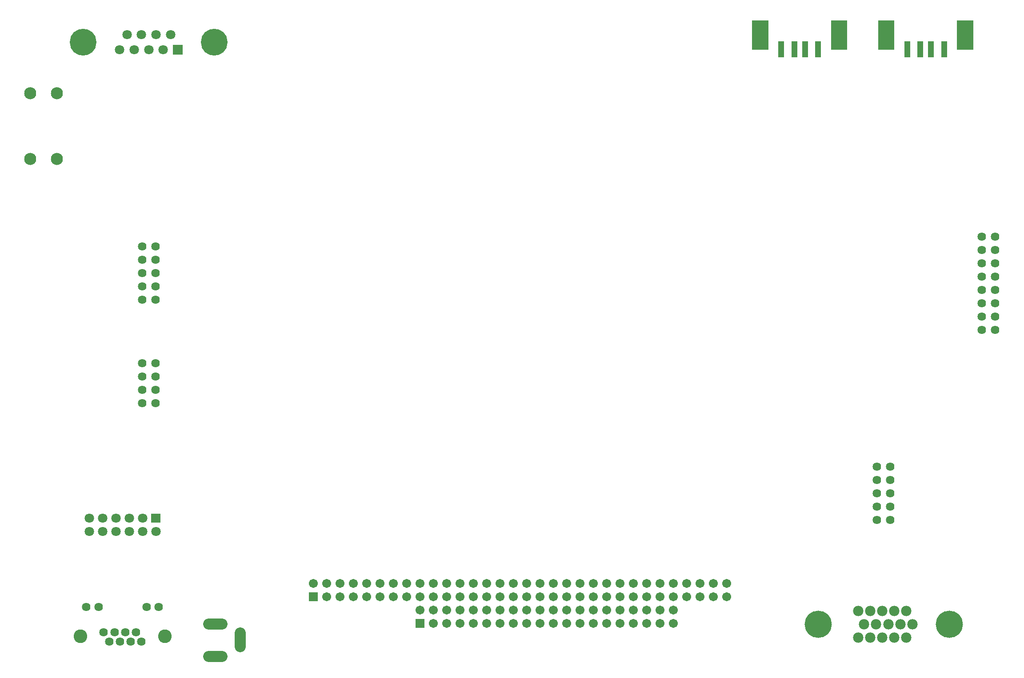
<source format=gts>
G04 Layer: TopSolderMaskLayer*
G04 EasyEDA v6.5.1, 2022-08-09 23:06:28*
G04 a67cddfb3fce44daa9051d46cbbcc19f,10*
G04 Gerber Generator version 0.2*
G04 Scale: 100 percent, Rotated: No, Reflected: No *
G04 Dimensions in millimeters *
G04 leading zeros omitted , absolute positions ,4 integer and 5 decimal *
%FSLAX45Y45*%
%MOMM*%

%ADD33C,2.1016*%
%ADD35C,1.7032*%
%ADD36C,1.6256*%
%ADD37C,2.6016*%
%ADD38C,1.9812*%
%ADD39C,5.1816*%
%ADD40C,1.8016*%
%ADD41C,5.1016*%
%ADD43C,2.3016*%

%LPD*%
D33*
X4135015Y1009980D02*
G01*
X4395015Y1009980D01*
X4394989Y390017D02*
G01*
X4134990Y390017D01*
X4735017Y580006D02*
G01*
X4735017Y840005D01*
G36*
X6050025Y1442465D02*
G01*
X6050025Y1612645D01*
X6220206Y1612645D01*
X6220206Y1442465D01*
G37*
D35*
G01*
X6135115Y1781555D03*
G01*
X6389115Y1527555D03*
G01*
X6389115Y1781555D03*
G01*
X6643115Y1527555D03*
G01*
X6643115Y1781555D03*
G01*
X6897115Y1527555D03*
G01*
X6897115Y1781555D03*
G01*
X7151115Y1527555D03*
G01*
X7151115Y1781555D03*
G01*
X7405115Y1527555D03*
G01*
X7405115Y1781555D03*
G01*
X7659115Y1527555D03*
G01*
X7659115Y1781555D03*
G01*
X7913115Y1527555D03*
G01*
X7913115Y1781555D03*
G01*
X8167115Y1527555D03*
G01*
X8167115Y1781555D03*
G01*
X8421115Y1527555D03*
G01*
X8421115Y1781555D03*
G01*
X8675115Y1527555D03*
G01*
X8675115Y1781555D03*
G01*
X8929115Y1527555D03*
G01*
X8929115Y1781555D03*
G01*
X9183115Y1527555D03*
G01*
X9183115Y1781555D03*
G01*
X9437115Y1527555D03*
G01*
X9437115Y1781555D03*
G01*
X9691115Y1527555D03*
G01*
X9691115Y1781555D03*
G01*
X9945115Y1527555D03*
G01*
X9945115Y1781555D03*
G01*
X10199115Y1527555D03*
G01*
X10199115Y1781555D03*
G01*
X10453115Y1527555D03*
G01*
X10453115Y1781555D03*
G01*
X10707115Y1527555D03*
G01*
X10707115Y1781555D03*
G01*
X10961115Y1527555D03*
G01*
X10961115Y1781555D03*
G01*
X11215115Y1527555D03*
G01*
X11215115Y1781555D03*
G01*
X11469115Y1527555D03*
G01*
X11469115Y1781555D03*
G01*
X11723115Y1527555D03*
G01*
X11723115Y1781555D03*
G01*
X11977115Y1527555D03*
G01*
X11977115Y1781555D03*
G01*
X12231115Y1527555D03*
G01*
X12231115Y1781555D03*
G01*
X12485115Y1527555D03*
G01*
X12485115Y1781555D03*
G01*
X12739115Y1527555D03*
G01*
X12739115Y1781555D03*
G01*
X12993115Y1527555D03*
G01*
X12993115Y1781555D03*
G01*
X13247116Y1527555D03*
G01*
X13247116Y1781555D03*
G01*
X13501116Y1527555D03*
G01*
X13501116Y1781555D03*
G01*
X13755116Y1527555D03*
G01*
X13755116Y1781555D03*
G01*
X12993115Y1273555D03*
G01*
X12739115Y1019555D03*
G01*
X12485115Y1273555D03*
G01*
X12485115Y1019555D03*
G01*
X12231115Y1273555D03*
G01*
X12231115Y1019555D03*
G01*
X11977115Y1273555D03*
G01*
X11977115Y1019555D03*
G01*
X11723115Y1273555D03*
G01*
X11723115Y1019555D03*
G01*
X11469115Y1273555D03*
G01*
X11469115Y1019555D03*
G01*
X11215115Y1273555D03*
G01*
X11215115Y1019555D03*
G01*
X10961115Y1273555D03*
G01*
X10961115Y1019555D03*
G01*
X10707115Y1273555D03*
G01*
X10707115Y1019555D03*
G01*
X10453115Y1273555D03*
G01*
X10453115Y1019555D03*
G01*
X10199115Y1273555D03*
G01*
X10199115Y1019555D03*
G01*
X9945115Y1273555D03*
G01*
X9945115Y1019555D03*
G01*
X9691115Y1273555D03*
G01*
X9691115Y1019555D03*
G01*
X9437115Y1273555D03*
G01*
X9437115Y1019555D03*
G01*
X9183115Y1273555D03*
G01*
X9183115Y1019555D03*
G01*
X8929115Y1273555D03*
G01*
X8929115Y1019555D03*
G01*
X8675115Y1273555D03*
G01*
X8675115Y1019555D03*
G01*
X8421115Y1273555D03*
G01*
X8421115Y1019555D03*
G01*
X8167115Y1273555D03*
G36*
X8082025Y934465D02*
G01*
X8082025Y1104645D01*
X8252206Y1104645D01*
X8252206Y934465D01*
G37*
G01*
X14009116Y1781555D03*
G01*
X14009116Y1527555D03*
G01*
X12993115Y1019555D03*
G01*
X12739115Y1273555D03*
D36*
G01*
X19127000Y6611000D03*
G01*
X18873000Y6611000D03*
G01*
X19127000Y6865000D03*
G01*
X18873000Y6865000D03*
G01*
X19127000Y7119000D03*
G01*
X18873000Y7119000D03*
G01*
X19127000Y7373000D03*
G01*
X18873000Y7373000D03*
G01*
X19127000Y7627000D03*
G01*
X18873000Y7627000D03*
G01*
X19127000Y7881000D03*
G01*
X18873000Y7881000D03*
G01*
X19127000Y8135000D03*
G01*
X18873000Y8135000D03*
G01*
X19127000Y8389000D03*
G01*
X18873000Y8389000D03*
G01*
X2142997Y849020D03*
G01*
X2245004Y671017D03*
G01*
X2347010Y849020D03*
G01*
X2448991Y671017D03*
G01*
X2550998Y849020D03*
G01*
X2653004Y671017D03*
G01*
X2755011Y849020D03*
G01*
X2856991Y671017D03*
G01*
X3187014Y1329004D03*
G01*
X2956991Y1329004D03*
G01*
X2042998Y1329004D03*
G01*
X1813001Y1329004D03*
D37*
G01*
X1694992Y773023D03*
G01*
X3304997Y773023D03*
D38*
G01*
X17317491Y999997D03*
G01*
X17088891Y999997D03*
G01*
X16857751Y999997D03*
G01*
X16629151Y999997D03*
G01*
X17431791Y745997D03*
G01*
X17203191Y745997D03*
G01*
X16974591Y745997D03*
G01*
X16745991Y745997D03*
D39*
G01*
X18249671Y999997D03*
G01*
X15750311Y999997D03*
D38*
G01*
X17546091Y999997D03*
G01*
X16514851Y745997D03*
G01*
X17431791Y1253997D03*
G01*
X17203191Y1253997D03*
G01*
X16974591Y1253997D03*
G01*
X16745991Y1253997D03*
G01*
X16514851Y1253997D03*
D40*
G01*
X3000019Y11957989D03*
D41*
G01*
X4250004Y12099975D03*
D40*
G01*
X2448026Y11957989D03*
G01*
X2724022Y11957989D03*
G01*
X3276015Y11957989D03*
G36*
X3462020Y11867895D02*
G01*
X3462020Y12047981D01*
X3642106Y12047981D01*
X3642106Y11867895D01*
G37*
G01*
X2586024Y12241987D03*
G01*
X2862021Y12241987D03*
G01*
X3138017Y12241987D03*
G01*
X3414013Y12241987D03*
D41*
G01*
X1750009Y12099975D03*
D43*
G01*
X1253997Y11125098D03*
G01*
X1253997Y9874910D03*
G01*
X745997Y11125098D03*
G01*
X745997Y9874910D03*
D36*
G01*
X2873009Y8207989D03*
G01*
X3127009Y8207989D03*
G01*
X2873009Y7953989D03*
G01*
X3127009Y7953989D03*
G01*
X2873009Y7699989D03*
G01*
X3127009Y7699989D03*
G01*
X2873009Y7445989D03*
G01*
X3127009Y7445989D03*
G01*
X2873009Y7191989D03*
G01*
X3127009Y7191989D03*
G01*
X2873009Y5981014D03*
G01*
X3127009Y5981014D03*
G01*
X2873009Y5727014D03*
G01*
X3127009Y5727014D03*
G01*
X2873009Y5473014D03*
G01*
X3127009Y5473014D03*
G01*
X2873009Y5219014D03*
G01*
X3127009Y5219014D03*
G36*
X3044952Y2941828D02*
G01*
X3044952Y3112007D01*
X3225038Y3112007D01*
X3225038Y2941828D01*
G37*
D40*
G01*
X3135007Y2772991D03*
G01*
X2881007Y3026991D03*
G01*
X2881007Y2772991D03*
G01*
X2627007Y3026991D03*
G01*
X2627007Y2772991D03*
G01*
X2373007Y3026991D03*
G01*
X2373007Y2772991D03*
G01*
X2119007Y3026991D03*
G01*
X2119007Y2772991D03*
G01*
X1865007Y3026991D03*
G01*
X1865007Y2772991D03*
D36*
G01*
X17126988Y2991993D03*
G01*
X16872988Y2991993D03*
G01*
X17126988Y3245993D03*
G01*
X16872988Y3245993D03*
G01*
X17126988Y3499993D03*
G01*
X16872988Y3499993D03*
G01*
X17126988Y3753993D03*
G01*
X16872988Y3753993D03*
G01*
X17126988Y4007993D03*
G01*
X16872988Y4007993D03*
G36*
X17394936Y11809984D02*
G01*
X17394936Y12120118D01*
X17505172Y12120118D01*
X17505172Y11809984D01*
G37*
G36*
X17644872Y11809984D02*
G01*
X17644872Y12120118D01*
X17755108Y12120118D01*
X17755108Y11809984D01*
G37*
G36*
X17845024Y11809984D02*
G01*
X17845024Y12120118D01*
X17955006Y12120118D01*
X17955006Y11809984D01*
G37*
G36*
X18094959Y11809984D02*
G01*
X18094959Y12120118D01*
X18205195Y12120118D01*
X18205195Y11809984D01*
G37*
G36*
X18394934Y11954763D02*
G01*
X18394934Y12515087D01*
X18705322Y12515087D01*
X18705322Y11954763D01*
G37*
G36*
X16894809Y11954763D02*
G01*
X16894809Y12515087D01*
X17204943Y12515087D01*
X17204943Y11954763D01*
G37*
G36*
X14994890Y11809984D02*
G01*
X14994890Y12120118D01*
X15105125Y12120118D01*
X15105125Y11809984D01*
G37*
G36*
X15244825Y11809984D02*
G01*
X15244825Y12120118D01*
X15355061Y12120118D01*
X15355061Y11809984D01*
G37*
G36*
X15444977Y11809984D02*
G01*
X15444977Y12120118D01*
X15555213Y12120118D01*
X15555213Y11809984D01*
G37*
G36*
X15694913Y11809984D02*
G01*
X15694913Y12120118D01*
X15805150Y12120118D01*
X15805150Y11809984D01*
G37*
G36*
X15994888Y11954763D02*
G01*
X15994888Y12515087D01*
X16305275Y12515087D01*
X16305275Y11954763D01*
G37*
G36*
X14495018Y11954763D02*
G01*
X14495018Y12515087D01*
X14805152Y12515087D01*
X14805152Y11954763D01*
G37*
M02*

</source>
